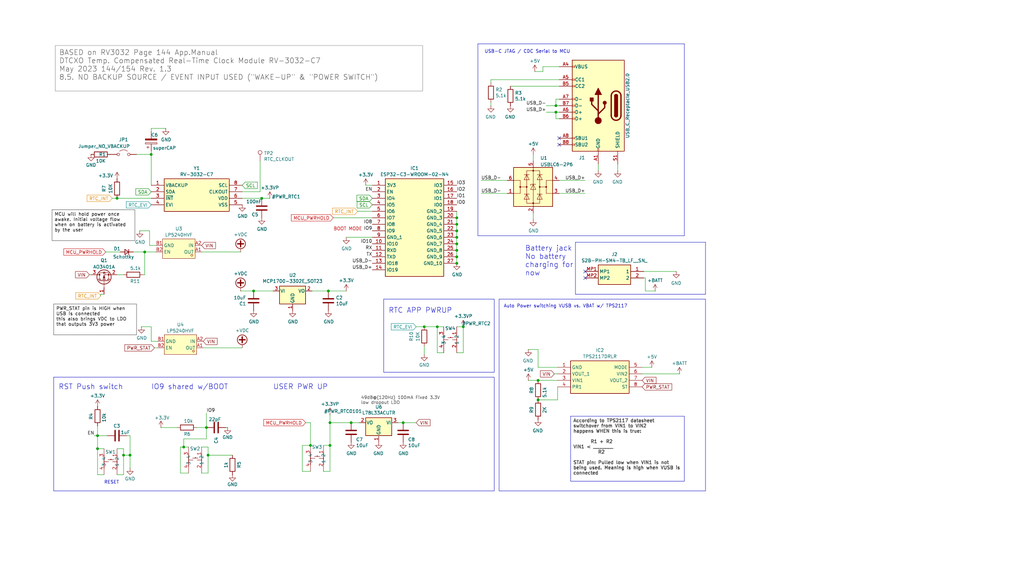
<source format=kicad_sch>
(kicad_sch (version 20231120) (generator "eeschema") (generator_version "8.0")
  (paper "User" 400 220)
  (title_block (title "Ultra low consumption all OFF") (date "2025-03-12") (rev "1.0") (company "FASANI CORP.") (comment 1 "BASED on RV3032 Page 144 App.Manual"))
  (lib_symbols
    (symbol "BUTTON:TC-0522C-1.7-160G"
      (property "Reference" "SW" (at 0 7.62 0))
      (property "Value" "TC-0522C-1.7-160G" (at 0 -7.62 0))
      (symbol "TC-0522C-1.7-160G_0_1"
        (pin unspecified line (at -5.08 2.54 0) (length 5.08) (name "1") (number "1"))
        (pin unspecified line (at 5.08 2.54 180) (length 5.08) (name "2") (number "2"))
        (pin unspecified line (at -5.08 -2.54 0) (length 5.08) (name "3") (number "3"))
        (pin unspecified line (at 5.08 -2.54 180) (length 5.08) (name "4") (number "4"))
      )
    )
    (symbol "Battery:S2B-PH-SM4-TB_LF__SN_"
      (property "Reference" "J" (at 19.05 7.62 0))
      (property "Value" "S2B-PH-SM4-TB_LF__SN_" (at 19.05 5.08 0))
      (symbol "S2B-PH-SM4-TB_LF__SN__1_1"
        (pin passive line (at 0 -2.54 0) (length 5.08) (name "1") (number "1"))
        (pin passive line (at 0 0 0) (length 5.08) (name "2") (number "2"))
        (pin passive line (at 22.86 -2.54 180) (length 5.08) (name "MP1") (number "MP1"))
        (pin passive line (at 22.86 0 180) (length 5.08) (name "MP2") (number "MP2"))
      )
    )
    (symbol "Connector:TestPoint" (pin_numbers hide) (pin_names (offset 0.762) hide)
      (property "Reference" "TP" (at 0 6.858 0))
      (property "Value" "TestPoint" (at 0 5.08 0))
      (symbol "TestPoint_1_1"
        (pin passive line (at 0 0 90) (length 2.54) (name "1") (number "1"))
      )
    )
    (symbol "Connector:USB_C_Receptacle_USB2.0" (pin_names (offset 1.016))
      (property "Reference" "J" (at -10.16 19.05 0))
      (property "Value" "USB_C_Receptacle_USB2.0" (at 19.05 19.05 0))
      (symbol "USB_C_Receptacle_USB2.0_1_1"
        (pin passive line (at 0 -22.86 90) (length 5.08) (name "GND") (number "A1"))
        (pin passive line (at 0 -22.86 90) (length 5.08) hide (name "GND") (number "A12"))
        (pin passive line (at 15.24 15.24 180) (length 5.08) (name "VBUS") (number "A4"))
        (pin bidirectional line (at 15.24 10.16 180) (length 5.08) (name "CC1") (number "A5"))
        (pin bidirectional line (at 15.24 -2.54 180) (length 5.08) (name "D+") (number "A6"))
        (pin bidirectional line (at 15.24 2.54 180) (length 5.08) (name "D-") (number "A7"))
        (pin bidirectional line (at 15.24 -12.7 180) (length 5.08) (name "SBU1") (number "A8"))
        (pin passive line (at 15.24 15.24 180) (length 5.08) hide (name "VBUS") (number "A9"))
        (pin passive line (at 0 -22.86 90) (length 5.08) hide (name "GND") (number "B1"))
        (pin passive line (at 0 -22.86 90) (length 5.08) hide (name "GND") (number "B12"))
        (pin passive line (at 15.24 15.24 180) (length 5.08) hide (name "VBUS") (number "B4"))
        (pin bidirectional line (at 15.24 7.62 180) (length 5.08) (name "CC2") (number "B5"))
        (pin bidirectional line (at 15.24 -5.08 180) (length 5.08) (name "D+") (number "B6"))
        (pin bidirectional line (at 15.24 0 180) (length 5.08) (name "D-") (number "B7"))
        (pin bidirectional line (at 15.24 -15.24 180) (length 5.08) (name "SBU2") (number "B8"))
        (pin passive line (at 15.24 15.24 180) (length 5.08) hide (name "VBUS") (number "B9"))
        (pin passive line (at -7.62 -22.86 90) (length 5.08) (name "SHIELD") (number "S1"))
      )
    )
    (symbol "Device:C" (pin_numbers hide) (pin_names (offset 0.254))
      (property "Reference" "C" (at 0.635 2.54 0))
      (property "Value" "C" (at 0.635 -2.54 0))
      (symbol "C_1_1"
        (pin passive line (at 0 3.81 270) (length 2.794) (name "~") (number "1"))
        (pin passive line (at 0 -3.81 90) (length 2.794) (name "~") (number "2"))
      )
    )
    (symbol "Device:C_Polarized" (pin_numbers hide) (pin_names (offset 0.254))
      (property "Reference" "C" (at 0.635 2.54 0))
      (property "Value" "C_Polarized" (at 0.635 -2.54 0))
      (symbol "C_Polarized_1_1"
        (pin passive line (at 0 3.81 270) (length 2.794) (name "~") (number "1"))
        (pin passive line (at 0 -3.81 90) (length 2.794) (name "~") (number "2"))
      )
    )
    (symbol "Device:D_Small" (pin_numbers hide) (pin_names (offset 0.254) hide)
      (property "Reference" "D" (at -1.27 2.032 0))
      (property "Value" "D_Small" (at -3.81 -2.032 0))
      (symbol "D_Small_1_1"
        (pin passive line (at -2.54 0 0) (length 1.778) (name "K") (number "1"))
        (pin passive line (at 2.54 0 180) (length 1.778) (name "A") (number "2"))
      )
    )
    (symbol "Device:R" (pin_numbers hide) (pin_names (offset 0))
      (property "Reference" "R" (at 2.032 0 90))
      (property "Value" "R" (at 0 0 90))
      (symbol "R_1_1"
        (pin passive line (at 0 3.81 270) (length 1.27) (name "~") (number "1"))
        (pin passive line (at 0 -3.81 90) (length 1.27) (name "~") (number "2"))
      )
    )
    (symbol "Jumper:Jumper_2_Open" (pin_numbers hide) (pin_names (offset 0) hide) (exclude_from_sim yes)
      (property "Reference" "JP" (at 0 2.794 0))
      (property "Value" "Jumper_2_Open" (at 0 -2.286 0))
      (symbol "Jumper_2_Open_1_1"
        (pin passive line (at -5.08 0 0) (length 2.54) (name "A") (number "1"))
        (pin passive line (at 5.08 0 180) (length 2.54) (name "B") (number "2"))
      )
    )
    (symbol "MCU:ESP32-C3-WROOM-02-N4"
      (property "Reference" "IC" (at 29.21 7.62 0))
      (property "Value" "ESP32-C3-WROOM-02-N4" (at 29.21 5.08 0))
      (symbol "ESP32-C3-WROOM-02-N4_1_1"
        (pin passive line (at 0 0 0) (length 5.08) (name "3V3") (number "1"))
        (pin passive line (at 0 -22.86 0) (length 5.08) (name "IO10") (number "10"))
        (pin passive line (at 0 -25.4 0) (length 5.08) (name "RXD") (number "11"))
        (pin passive line (at 0 -27.94 0) (length 5.08) (name "TXD") (number "12"))
        (pin passive line (at 0 -30.48 0) (length 5.08) (name "IO18") (number "13"))
        (pin passive line (at 0 -33.02 0) (length 5.08) (name "IO19") (number "14"))
        (pin passive line (at 33.02 0 180) (length 5.08) (name "IO3") (number "15"))
        (pin passive line (at 33.02 -2.54 180) (length 5.08) (name "IO2") (number "16"))
        (pin passive line (at 33.02 -5.08 180) (length 5.08) (name "IO1") (number "17"))
        (pin passive line (at 33.02 -7.62 180) (length 5.08) (name "IO0") (number "18"))
        (pin passive line (at 33.02 -10.16 180) (length 5.08) (name "GND_2") (number "19"))
        (pin passive line (at 0 -2.54 0) (length 5.08) (name "EN") (number "2"))
        (pin passive line (at 33.02 -12.7 180) (length 5.08) (name "GND_3") (number "20"))
        (pin passive line (at 33.02 -15.24 180) (length 5.08) (name "GND_4") (number "21"))
        (pin passive line (at 33.02 -17.78 180) (length 5.08) (name "GND_5") (number "22"))
        (pin passive line (at 33.02 -20.32 180) (length 5.08) (name "GND_6") (number "23"))
        (pin passive line (at 33.02 -22.86 180) (length 5.08) (name "GND_7") (number "24"))
        (pin passive line (at 33.02 -25.4 180) (length 5.08) (name "GND_8") (number "25"))
        (pin passive line (at 33.02 -27.94 180) (length 5.08) (name "GND_9") (number "26"))
        (pin passive line (at 33.02 -30.48 180) (length 5.08) (name "GND_10") (number "27"))
        (pin passive line (at 0 -5.08 0) (length 5.08) (name "IO4") (number "3"))
        (pin passive line (at 0 -7.62 0) (length 5.08) (name "IO5") (number "4"))
        (pin passive line (at 0 -10.16 0) (length 5.08) (name "IO6") (number "5"))
        (pin passive line (at 0 -12.7 0) (length 5.08) (name "IO7") (number "6"))
        (pin passive line (at 0 -15.24 0) (length 5.08) (name "IO8") (number "7"))
        (pin passive line (at 0 -17.78 0) (length 5.08) (name "IO9") (number "8"))
        (pin passive line (at 0 -20.32 0) (length 5.08) (name "GND_1") (number "9"))
      )
    )
    (symbol "Power_Protection:USBLC6-2P6" (pin_names hide)
      (property "Reference" "U" (at 2.54 8.89 0))
      (property "Value" "USBLC6-2P6" (at 2.54 -8.89 0))
      (symbol "USBLC6-2P6_1_1"
        (pin passive line (at -10.16 -2.54 0) (length 2.54) (name "I/O1") (number "1"))
        (pin passive line (at 0 -10.16 90) (length 2.54) (name "GND") (number "2"))
        (pin passive line (at 10.16 -2.54 180) (length 2.54) (name "I/O2") (number "3"))
        (pin passive line (at 10.16 2.54 180) (length 2.54) (name "I/O2") (number "4"))
        (pin passive line (at 0 10.16 270) (length 2.54) (name "VBUS") (number "5"))
        (pin passive line (at -10.16 2.54 0) (length 2.54) (name "I/O1") (number "6"))
      )
    )
    (symbol "RTC:RV-3032-C7"
      (property "Reference" "Y" (at 31.75 7.62 0))
      (property "Value" "RV-3032-C7" (at 31.75 5.08 0))
      (symbol "RV-3032-C7_1_1"
        (pin passive line (at 0 0 0) (length 5.08) (name "VBACKUP") (number "1"))
        (pin passive line (at 0 -2.54 0) (length 5.08) (name "SDA") (number "2"))
        (pin passive line (at 0 -5.08 0) (length 5.08) (name "~{INT}") (number "3"))
        (pin passive line (at 0 -7.62 0) (length 5.08) (name "EVI") (number "4"))
        (pin passive line (at 35.56 -7.62 180) (length 5.08) (name "VSS") (number "5"))
        (pin passive line (at 35.56 -5.08 180) (length 5.08) (name "VDD") (number "6"))
        (pin passive line (at 35.56 -2.54 180) (length 5.08) (name "CLKOUT") (number "7"))
        (pin passive line (at 35.56 0 180) (length 5.08) (name "SCL") (number "8"))
      )
    )
    (symbol "TPS:TPS2117DRLR"
      (property "Reference" "IC" (at 29.21 7.62 0))
      (property "Value" "TPS2117DRLR" (at 29.21 5.08 0))
      (symbol "TPS2117DRLR_1_1"
        (pin passive line (at 0 0 0) (length 5.08) (name "GND") (number "1"))
        (pin passive line (at 0 -2.54 0) (length 5.08) (name "VOUT_1") (number "2"))
        (pin passive line (at 0 -5.08 0) (length 5.08) (name "VIN1") (number "3"))
        (pin passive line (at 0 -7.62 0) (length 5.08) (name "PR1") (number "4"))
        (pin passive line (at 33.02 0 180) (length 5.08) (name "MODE") (number "5"))
        (pin passive line (at 33.02 -2.54 180) (length 5.08) (name "VIN2") (number "6"))
        (pin passive line (at 33.02 -5.08 180) (length 5.08) (name "VOUT_2") (number "7"))
        (pin passive line (at 33.02 -7.62 180) (length 5.08) (name "ST") (number "8"))
      )
    )
    (symbol "Transistor_FET:AO3401A" (pin_names hide)
      (property "Reference" "Q" (at 5.08 1.905 0))
      (property "Value" "AO3401A" (at 5.08 0 0))
      (symbol "AO3401A_1_1"
        (pin input line (at -5.08 0 0) (length 2.54) (name "G") (number "1"))
        (pin passive line (at 2.54 -5.08 90) (length 2.54) (name "S") (number "2"))
        (pin passive line (at 2.54 5.08 270) (length 2.54) (name "D") (number "3"))
      )
    )
    (symbol "easyeda:LP5240HVF"
      (property "Reference" "U" (at 0 6.35 0))
      (property "Value" "LP5240HVF" (at 0 -6.35 0))
      (symbol "LP5240HVF_0_1"
        (pin unspecified line (at -8.89 1.27 0) (length 2.54) (name "OUT") (number "A1"))
        (pin unspecified line (at -8.89 -1.27 0) (length 2.54) (name "IN") (number "A2"))
        (pin unspecified line (at 8.89 -1.27 180) (length 2.54) (name "GND") (number "B1"))
        (pin unspecified line (at 8.89 1.27 180) (length 2.54) (name "EN") (number "B2"))
      )
    )
    (symbol "epaper-breakout-rescue:MCP1700-3302E_SOT23-Regulator_Linear" (pin_names (offset 0.254))
      (property "Reference" "U" (at -3.81 3.175 0))
      (property "Value" "Regulator_Linear_MCP1700-3302E_SOT23" (at 0 3.175 0))
      (symbol "MCP1700-3302E_SOT23-Regulator_Linear_1_1"
        (pin power_in line (at 0 -7.62 90) (length 2.54) (name "GND") (number "1"))
        (pin power_out line (at 7.62 0 180) (length 2.54) (name "VO") (number "2"))
        (pin power_in line (at -7.62 0 0) (length 2.54) (name "VI") (number "3"))
      )
    )
    (symbol "power:+3.3V" (power) (pin_numbers hide) (pin_names (offset 0) hide)
      (property "Value" "+3.3V" (at 0 3.556 0))
      (symbol "+3.3V_1_1"
        (pin power_in line (at 0 0 90) (length 0) (name "~") (number "1"))
      )
    )
    (symbol "power:+3.3VP" (power) (pin_numbers hide) (pin_names (offset 0) hide)
      (property "Value" "+3.3VP" (at 0 3.556 0))
      (symbol "+3.3VP_0_0"
        (pin power_in line (at 0 0 90) (length 0) (name "~") (number "1"))
      )
    )
    (symbol "power:+5V" (power) (pin_numbers hide) (pin_names (offset 0) hide)
      (property "Value" "+5V" (at 0 3.556 0))
      (symbol "+5V_1_1"
        (pin power_in line (at 0 0 90) (length 0) (name "~") (number "1"))
      )
    )
    (symbol "power:+BATT" (power) (pin_numbers hide) (pin_names (offset 0) hide)
      (property "Value" "+BATT" (at 0 3.556 0))
      (symbol "+BATT_1_1"
        (pin power_in line (at 0 0 90) (length 0) (name "~") (number "1"))
      )
    )
    (symbol "power:+VDC" (power) (pin_numbers hide) (pin_names (offset 0) hide)
      (property "Value" "+VDC" (at 0 6.35 0))
      (symbol "+VDC_1_1"
        (pin power_in line (at 0 0 90) (length 0) (name "~") (number "1"))
      )
    )
    (symbol "power:GND" (power) (pin_numbers hide) (pin_names (offset 0) hide)
      (property "Value" "GND" (at 0 -3.81 0))
      (symbol "GND_1_1"
        (pin power_in line (at 0 0 270) (length 0) (name "~") (number "1"))
      )
    )
  )
  (junction (at 102.235 77.47))
  (junction (at 157.48 165.1))
  (junction (at 50.8 177.8))
  (junction (at 80.645 167.005))
  (junction (at 137.16 165.1))
  (junction (at 121.285 173.99))
  (junction (at 81.28 177.8))
  (junction (at 38.1 170.18))
  (junction (at 56.515 98.425))
  (junction (at 178.435 100.33))
  (junction (at 170.815 127.635))
  (junction (at 128.905 173.99))
  (junction (at 71.755 174.625))
  (junction (at 38.1 175.26))
  (junction (at 217.17 41.275))
  (junction (at 48.26 177.8))
  (junction (at 210.185 156.21))
  (junction (at 178.435 97.79))
  (junction (at 217.17 43.815))
  (junction (at 180.975 127.635))
  (junction (at 178.435 85.09))
  (junction (at 45.72 77.47))
  (junction (at 165.735 127.635))
  (junction (at 128.27 113.665))
  (junction (at 99.06 113.665))
  (junction (at 178.435 87.63))
  (junction (at 178.435 102.87))
  (junction (at 59.055 60.325))
  (junction (at 178.435 90.17))
  (junction (at 128.905 165.1))
  (junction (at 178.435 92.71))
  (junction (at 210.185 148.59))
  (junction (at 178.435 95.25))
  (no_connect (at 218.44 56.515))
  (no_connect (at 228.6 108.585))
  (no_connect (at 218.44 53.975))
  (no_connect (at 228.6 106.045))
  (wire (pts (xy 210.185 156.21) (xy 217.805 156.21)))
  (wire (pts (xy 178.435 82.55) (xy 178.435 85.09)))
  (wire (pts (xy 213.36 43.815) (xy 217.17 43.815)))
  (wire (pts (xy 48.26 177.8) (xy 48.26 185.42)))
  (wire (pts (xy 252.095 108.585) (xy 251.46 108.585)))
  (wire (pts (xy 218.44 31.115) (xy 191.77 31.115)))
  (wire (pts (xy 59.055 127.635) (xy 59.055 133.35)))
  (wire (pts (xy 126.365 173.99) (xy 128.905 173.99)))
  (wire (pts (xy 46.99 98.425) (xy 41.275 98.425)))
  (wire (pts (xy 99.06 113.665) (xy 106.68 113.665)))
  (wire (pts (xy 178.435 137.795) (xy 180.975 137.795)))
  (wire (pts (xy 187.96 75.565) (xy 198.12 75.565)))
  (wire (pts (xy 53.34 60.325) (xy 59.055 60.325)))
  (wire (pts (xy 162.56 165.1) (xy 157.48 165.1)))
  (wire (pts (xy 39.37 114.935) (xy 40.64 114.935)))
  (wire (pts (xy 101.6 74.93) (xy 94.615 74.93)))
  (wire (pts (xy 210.185 136.525) (xy 210.185 143.51)))
  (polyline (pts (xy 275.59 94.615) (xy 275.59 114.935)))
  (wire (pts (xy 80.645 167.005) (xy 80.645 161.29)))
  (wire (pts (xy 38.1 170.18) (xy 38.1 175.26)))
  (wire (pts (xy 137.16 165.1) (xy 140.335 165.1)))
  (wire (pts (xy 58.42 90.17) (xy 58.42 95.885)))
  (polyline (pts (xy 224.79 94.615) (xy 224.79 114.935)))
  (wire (pts (xy 178.435 90.17) (xy 178.435 92.71)))
  (wire (pts (xy 105.41 77.47) (xy 102.235 77.47)))
  (wire (pts (xy 71.755 171.45) (xy 71.755 174.625)))
  (wire (pts (xy 50.8 177.8) (xy 50.8 182.88)))
  (polyline (pts (xy 267.335 17.145) (xy 267.335 92.075)))
  (wire (pts (xy 178.435 95.25) (xy 178.435 97.79)))
  (wire (pts (xy 228.6 75.565) (xy 218.44 75.565)))
  (wire (pts (xy 206.375 136.525) (xy 210.185 136.525)))
  (wire (pts (xy 251.46 106.045) (xy 264.16 106.045)))
  (wire (pts (xy 88.9 167.005) (xy 88.265 167.005)))
  (wire (pts (xy 48.26 107.315) (xy 45.72 107.315)))
  (wire (pts (xy 254.635 143.51) (xy 250.825 143.51)))
  (wire (pts (xy 126.365 184.15) (xy 128.905 184.15)))
  (polyline (pts (xy 275.59 114.935) (xy 224.79 114.935)))
  (wire (pts (xy 81.28 174.625) (xy 81.28 177.8)))
  (wire (pts (xy 173.355 137.795) (xy 170.815 137.795)))
  (wire (pts (xy 45.72 175.26) (xy 48.26 175.26)))
  (wire (pts (xy 81.28 177.8) (xy 90.805 177.8)))
  (wire (pts (xy 208.28 62.865) (xy 208.28 60.325)))
  (wire (pts (xy 178.435 100.33) (xy 178.435 102.87)))
  (polyline (pts (xy 186.69 17.145) (xy 267.335 17.145)))
  (wire (pts (xy 52.07 98.425) (xy 56.515 98.425)))
  (wire (pts (xy 70.485 184.785) (xy 73.66 184.785)))
  (wire (pts (xy 56.515 107.315) (xy 56.515 98.425)))
  (wire (pts (xy 56.515 98.425) (xy 60.96 98.425)))
  (wire (pts (xy 162.56 127.635) (xy 165.735 127.635)))
  (wire (pts (xy 45.72 185.42) (xy 48.26 185.42)))
  (wire (pts (xy 119.38 165.1) (xy 121.285 165.1)))
  (wire (pts (xy 142.875 72.39) (xy 145.415 72.39)))
  (wire (pts (xy 217.17 38.735) (xy 217.17 41.275)))
  (wire (pts (xy 76.835 167.005) (xy 80.645 167.005)))
  (wire (pts (xy 206.375 148.59) (xy 210.185 148.59)))
  (wire (pts (xy 165.735 127.635) (xy 170.815 127.635)))
  (wire (pts (xy 36.83 170.18) (xy 38.1 170.18)))
  (wire (pts (xy 58.42 95.885) (xy 60.96 95.885)))
  (wire (pts (xy 38.1 175.26) (xy 40.64 175.26)))
  (wire (pts (xy 128.905 161.925) (xy 128.905 165.1)))
  (wire (pts (xy 255.905 113.665) (xy 252.095 113.665)))
  (wire (pts (xy 178.435 85.09) (xy 178.435 87.63)))
  (wire (pts (xy 118.11 184.15) (xy 118.11 173.99)))
  (wire (pts (xy 217.17 41.275) (xy 218.44 41.275)))
  (wire (pts (xy 178.435 87.63) (xy 178.435 90.17)))
  (wire (pts (xy 38.1 175.26) (xy 38.1 185.42)))
  (polyline (pts (xy 186.69 92.075) (xy 186.69 17.145)))
  (wire (pts (xy 48.26 177.8) (xy 50.8 177.8)))
  (wire (pts (xy 38.1 170.18) (xy 41.91 170.18)))
  (wire (pts (xy 217.17 46.355) (xy 217.17 43.815)))
  (wire (pts (xy 199.39 33.655) (xy 218.44 33.655)))
  (wire (pts (xy 71.755 174.625) (xy 70.485 174.625)))
  (wire (pts (xy 80.645 171.45) (xy 71.755 171.45)))
  (wire (pts (xy 165.735 135.255) (xy 165.735 138.43)))
  (wire (pts (xy 178.435 97.79) (xy 178.435 100.33)))
  (wire (pts (xy 191.77 41.275) (xy 191.77 40.005)))
  (wire (pts (xy 101.6 62.865) (xy 101.6 74.93)))
  (wire (pts (xy 212.09 26.035) (xy 218.44 26.035)))
  (wire (pts (xy 233.68 64.135) (xy 233.68 66.675)))
  (wire (pts (xy 81.28 177.8) (xy 81.28 184.785)))
  (wire (pts (xy 208.28 83.185) (xy 208.28 85.725)))
  (wire (pts (xy 54.61 90.17) (xy 58.42 90.17)))
  (wire (pts (xy 187.96 70.485) (xy 198.12 70.485)))
  (wire (pts (xy 210.185 148.59) (xy 217.805 148.59)))
  (wire (pts (xy 38.1 166.37) (xy 38.1 170.18)))
  (wire (pts (xy 139.7 82.55) (xy 145.415 82.55)))
  (wire (pts (xy 38.1 185.42) (xy 40.64 185.42)))
  (wire (pts (xy 217.805 151.13) (xy 217.805 156.21)))
  (polyline (pts (xy 224.79 94.615) (xy 275.59 94.615)))
  (wire (pts (xy 212.09 27.94) (xy 212.09 26.035)))
  (wire (pts (xy 128.905 184.15) (xy 128.905 173.99)))
  (wire (pts (xy 102.235 77.47) (xy 94.615 77.47)))
  (wire (pts (xy 93.98 98.425) (xy 78.74 98.425)))
  (wire (pts (xy 59.055 60.325) (xy 59.055 72.39)))
  (wire (pts (xy 56.515 107.315) (xy 55.88 107.315)))
  (wire (pts (xy 241.3 64.135) (xy 241.3 66.675)))
  (wire (pts (xy 45.72 77.47) (xy 59.055 77.47)))
  (wire (pts (xy 121.285 184.15) (xy 118.11 184.15)))
  (wire (pts (xy 55.245 127.635) (xy 59.055 127.635)))
  (polyline (pts (xy 186.69 92.075) (xy 267.335 92.075)))
  (wire (pts (xy 128.27 113.665) (xy 135.255 113.665)))
  (wire (pts (xy 78.74 174.625) (xy 81.28 174.625)))
  (wire (pts (xy 128.905 165.1) (xy 128.905 173.99)))
  (wire (pts (xy 130.175 85.09) (xy 145.415 85.09)))
  (wire (pts (xy 216.535 146.05) (xy 217.805 146.05)))
  (wire (pts (xy 78.74 184.785) (xy 81.28 184.785)))
  (wire (pts (xy 59.055 60.325) (xy 59.055 59.055)))
  (wire (pts (xy 208.915 27.94) (xy 212.09 27.94)))
  (wire (pts (xy 93.98 113.665) (xy 99.06 113.665)))
  (wire (pts (xy 218.44 46.355) (xy 217.17 46.355)))
  (wire (pts (xy 213.36 41.275) (xy 217.17 41.275)))
  (wire (pts (xy 228.6 70.485) (xy 218.44 70.485)))
  (wire (pts (xy 50.8 170.18) (xy 50.8 177.8)))
  (wire (pts (xy 218.44 38.735) (xy 217.17 38.735)))
  (wire (pts (xy 62.865 167.005) (xy 69.215 167.005)))
  (wire (pts (xy 170.815 137.795) (xy 170.815 127.635)))
  (wire (pts (xy 217.17 43.815) (xy 218.44 43.815)))
  (wire (pts (xy 128.905 165.1) (xy 137.16 165.1)))
  (wire (pts (xy 39.37 115.57) (xy 39.37 114.935)))
  (wire (pts (xy 64.77 50.165) (xy 59.055 50.165)))
  (wire (pts (xy 59.055 133.35) (xy 61.595 133.35)))
  (wire (pts (xy 135.255 92.71) (xy 145.415 92.71)))
  (wire (pts (xy 121.285 165.1) (xy 121.285 173.99)))
  (wire (pts (xy 80.645 167.005) (xy 80.645 171.45)))
  (wire (pts (xy 50.8 170.18) (xy 49.53 170.18)))
  (wire (pts (xy 178.435 92.71) (xy 178.435 95.25)))
  (wire (pts (xy 180.975 137.795) (xy 180.975 127.635)))
  (wire (pts (xy 210.185 143.51) (xy 217.805 143.51)))
  (wire (pts (xy 70.485 174.625) (xy 70.485 184.785)))
  (wire (pts (xy 48.26 175.26) (xy 48.26 177.8)))
  (wire (pts (xy 191.77 31.115) (xy 191.77 32.385)))
  (wire (pts (xy 60.325 135.89) (xy 61.595 135.89)))
  (wire (pts (xy 94.615 135.89) (xy 79.375 135.89)))
  (wire (pts (xy 157.48 165.1) (xy 155.575 165.1)))
  (wire (pts (xy 178.435 127.635) (xy 180.975 127.635)))
  (wire (pts (xy 34.925 107.315) (xy 35.56 107.315)))
  (wire (pts (xy 118.11 173.99) (xy 121.285 173.99)))
  (wire (pts (xy 265.43 146.05) (xy 250.825 146.05)))
  (wire (pts (xy 252.095 113.665) (xy 252.095 108.585)))
  (wire (pts (xy 121.92 113.665) (xy 128.27 113.665)))
  (wire (pts (xy 59.055 50.165) (xy 59.055 51.435)))
  (wire (pts (xy 170.815 127.635) (xy 173.355 127.635)))
  (wire (pts (xy 73.66 174.625) (xy 71.755 174.625)))
  (wire (pts (xy 43.815 77.47) (xy 45.72 77.47)))
  (rectangle (start 20.955 147.32) (end 193.04 191.77))
  (rectangle (start 149.86 116.84) (end 193.04 145.415))
  (rectangle (start 194.945 116.84) (end 275.59 191.77))
  (text_box "MCU will hold power once awake. Initial voltage flow when on battery is activated by the user" (at 20.32 81.915 0) (size 32.385 12.065) (stroke (width 0) (color 72 72 72 1)) (effects (font (size 1.27 1.27)) (justify left top)))
  (text_box "BASED on RV3032 Page 144 App.Manual\nDTCXO Temp. Compensated Real-Time Clock Module RV-3032-C7\nMay 2023 144/154 Rev. 1.3\n8.5. NO BACKUP SOURCE / EVENT INPUT USED (\"WAKE-UP\" & \"POWER SWITCH\")" (at 21.59 17.78 0) (size 143.51 17.78) (stroke (width 0) (color 132 132 132 1)) (effects (font (size 2 2)) (justify left top)))
  (text_box "PWR_STAT pin is HIGH when USB is connected\nthis also brings VDC to LDO that outputs 3V3 power" (at 20.955 118.745 0) (size 32.385 12.065) (stroke (width 0) (color 72 72 72 1)) (effects (font (size 1.27 1.27)) (justify left top)))
  (text_box "According to TPS2117 datasheet\nswitchover from VIN1 to VIN2\nhappens WHEN this is true:\n\n       R1 + R2\nVIN1 < ________ \n          R2\n\nSTAT pin: Pulled low when VIN1 is not being used. Meaning is high when VUSB is connected" (at 222.885 162.56 0) (size 44.45 25.4) (effects (font (size 1.27 1.27) (thickness 0.254) (bold yes)) (justify left top)))
  (text "IO9 shared w/BOOT" (at 59.055 152.4 0) (effects (font (size 2 2)) (justify left bottom)))
  (text "USER PWR UP" (at 106.68 152.4 0) (effects (font (size 2 2)) (justify left bottom)))
  (text "USB-C JTAG / CDC Serial to MCU" (at 189.23 20.955 0) (effects (font (size 1.27 1.27)) (justify left bottom)))
  (text "RST Push switch" (at 22.86 152.4 0) (effects (font (size 2 2)) (justify left bottom)))
  (text "RESET" (at 40.64 189.23 0) (effects (font (size 1.27 1.27)) (justify left bottom)))
  (text "RTC APP PWRUP" (at 151.765 122.555 0) (effects (font (size 2 2)) (justify left bottom)))
  (text "49dB@(120Hz) 100mA Fixed 3.3V\nlow dropout LDO" (at 140.97 158.115 0) (effects (font (size 1.2 1.2)) (justify left bottom)))
  (text "Auto Power switching VUSB vs. VBAT w/ TPS2117" (at 196.723 120.396 0) (effects (font (size 1.27 1.27)) (justify left bottom)))
  (text "Battery jack\nNo battery\ncharging for\nnow" (at 205.105 107.95 0) (effects (font (size 2 2)) (justify left bottom)))
  (text "BOOT MODE" (at 135.89 89.535 0) (effects (font (size 1.27 1.27))))
  (label "USB_D-" (at 187.96 75.565 0))
  (label "IO9" (at 80.645 161.29 0))
  (label "IO1" (at 178.435 77.47 0))
  (label "RX" (at 145.415 97.79 180))
  (label "USB_D+" (at 213.36 43.815 180))
  (label "EN" (at 36.83 170.18 180))
  (label "USB_D+" (at 228.6 70.485 180))
  (label "IO0" (at 178.435 80.01 0))
  (label "EN" (at 145.415 74.93 180))
  (label "USB_D-" (at 213.36 41.275 180))
  (label "USB_D+" (at 145.415 105.41 180))
  (label "TX" (at 145.415 100.33 180))
  (label "IO8" (at 145.415 87.63 180))
  (label "IO2" (at 178.435 74.93 0))
  (label "IO9" (at 145.415 90.17 180))
  (label "USB_D+" (at 228.6 75.565 180))
  (label "USB_D-" (at 145.415 102.87 180))
  (label "IO3" (at 178.435 72.39 0))
  (label "USB_D-" (at 187.96 70.485 0))
  (label "IO10" (at 145.415 95.25 180))
  (global_label "SCL" (shape input) (at 145.415 80.01 180) (property "Intersheetrefs" "${INTERSHEET_REFS}" (effects (hide yes))))
  (global_label "VIN" (shape input) (at 162.56 165.1 0) (property "Intersheetrefs" "${INTERSHEET_REFS}" (effects (hide yes))) (property "Referenzen zwischen Schaltplänen" "${INTERSHEET_REFS}" (effects (hide yes))))
  (global_label "VIN" (shape input) (at 79.375 133.35 0) (property "Intersheetrefs" "${INTERSHEET_REFS}" (effects (hide yes))) (property "Referenzen zwischen Schaltplänen" "${INTERSHEET_REFS}" (effects (hide yes))))
  (global_label "RTC_INT" (shape input) (at 139.7 82.55 180) (property "Intersheetrefs" "${INTERSHEET_REFS}" (effects (hide yes))))
  (global_label "RTC_EVI" (shape input) (at 59.055 80.01 180) (property "Intersheetrefs" "${INTERSHEET_REFS}" (effects (hide yes))))
  (global_label "SDA" (shape input) (at 145.415 77.47 180) (property "Intersheetrefs" "${INTERSHEET_REFS}" (effects (hide yes))))
  (global_label "VIN" (shape input) (at 78.74 95.885 0) (property "Intersheetrefs" "${INTERSHEET_REFS}" (effects (hide yes))) (property "Referenzen zwischen Schaltplänen" "${INTERSHEET_REFS}" (effects (hide yes))))
  (global_label "VIN" (shape input) (at 250.825 148.59 0) (property "Intersheetrefs" "${INTERSHEET_REFS}" (effects (hide yes))) (property "Referenzen zwischen Schaltplänen" "${INTERSHEET_REFS}" (effects (hide yes))))
  (global_label "MCU_PWRHOLD" (shape input) (at 41.275 98.425 180) (property "Intersheetrefs" "${INTERSHEET_REFS}" (effects (hide yes))))
  (global_label "MCU_PWRHOLD" (shape input) (at 119.38 165.1 180) (property "Intersheetrefs" "${INTERSHEET_REFS}" (effects (hide yes))))
  (global_label "RTC_EVI" (shape input) (at 162.56 127.635 180) (property "Intersheetrefs" "${INTERSHEET_REFS}" (effects (hide yes))))
  (global_label "PWR_STAT" (shape input) (at 60.325 135.89 180) (property "Intersheetrefs" "${INTERSHEET_REFS}" (effects (hide yes))) (property "Referenzen zwischen Schaltplänen" "${INTERSHEET_REFS}" (effects (hide yes))))
  (global_label "MCU_PWRHOLD" (shape input) (at 130.175 85.09 180) (property "Intersheetrefs" "${INTERSHEET_REFS}" (effects (hide yes))))
  (global_label "VIN" (shape input) (at 34.925 107.315 180) (property "Intersheetrefs" "${INTERSHEET_REFS}" (effects (hide yes))) (property "Referenzen zwischen Schaltplänen" "${INTERSHEET_REFS}" (effects (hide yes))))
  (global_label "VIN" (shape input) (at 216.535 146.05 180) (property "Intersheetrefs" "${INTERSHEET_REFS}" (effects (hide yes))) (property "Referenzen zwischen Schaltplänen" "${INTERSHEET_REFS}" (effects (hide yes))))
  (global_label "RTC_INT" (shape input) (at 39.37 115.57 180) (property "Intersheetrefs" "${INTERSHEET_REFS}" (effects (hide yes))))
  (global_label "RTC_INT" (shape input) (at 43.815 77.47 180) (property "Intersheetrefs" "${INTERSHEET_REFS}" (effects (hide yes))))
  (global_label "SDA" (shape input) (at 59.055 74.93 180) (property "Intersheetrefs" "${INTERSHEET_REFS}" (effects (hide yes))))
  (global_label "SCL" (shape input) (at 94.615 72.39 0) (property "Intersheetrefs" "${INTERSHEET_REFS}" (effects (hide yes))))
  (global_label "PWR_STAT" (shape input) (at 250.825 151.13 0) (property "Intersheetrefs" "${INTERSHEET_REFS}" (effects (hide yes))) (property "Referenzen zwischen Schaltplänen" "${INTERSHEET_REFS}" (effects (hide yes))))
  (symbol (lib_id "Device:R") (at 39.37 60.325 270) (unit 1)
    (property "Reference" "R1" (at 40.005 60.325 90))
    (property "Value" "10K" (at 39.37 62.865 90))
    (property "Footprint" "Resistor_SMD:R_0603_1608Metric" (effects (hide yes)))
    (property "Datasheet" "https://jlcpcb.com/partdetail/26547-0603WAF1002T5E/C25804" (effects (hide yes)))
    (property "LCSC" "C25804" (effects (hide yes)))
  )
  (symbol (lib_id "power:GND") (at 210.185 163.83 0) (mirror y) (unit 1)
    (property "Reference" "#PWR32" (effects (hide yes)))
    (property "Value" "GND" (at 210.058 168.2242 0))
  )
  (symbol (lib_id "epaper-breakout-rescue:MCP1700-3302E_SOT23-Regulator_Linear") (at 114.3 113.665 0) (unit 1)
    (property "Reference" "U2" (at 114.3 107.5182 0))
    (property "Value" "MCP1700-3302E_SOT23" (at 114.3 109.8296 0))
    (property "Footprint" "Package_TO_SOT_SMD:SOT-23" (effects (hide yes)))
    (property "Datasheet" "http://ww1.microchip.com/downloads/en/DeviceDoc/20001826D.pdf" (effects (hide yes)))
    (property "LCSC" "C39051" (effects (hide yes)))
  )
  (symbol (lib_id "power:+VDC") (at 93.98 113.665 0) (unit 1)
    (property "Reference" "#PWR11" (effects (hide yes)))
    (property "Value" "+VDC" (at 93.98 106.8649 0))
    (property "Description" "Power symbol creates a global label with name \"+VDC\"" (effects (hide yes)))
  )
  (symbol (lib_id "power:GND") (at 147.955 172.72 0) (mirror y) (unit 1)
    (property "Reference" "#PWR37" (effects (hide yes)))
    (property "Value" "GND" (at 147.828 177.1142 0))
  )
  (symbol (lib_id "power:+3.3V") (at 135.255 113.665 0) (unit 1)
    (property "Reference" "#PWR10" (effects (hide yes)))
    (property "Value" "+3.3V" (at 135.255 109.5319 0))
    (property "Description" "Power symbol creates a global label with name \"+3.3V\"" (effects (hide yes)))
  )
  (symbol (lib_id "Device:C_Polarized") (at 59.055 55.245 0) (mirror x) (unit 1) (in_bom no)
    (property "Reference" "C6" (at 59.055 52.705 0) (effects (justify left)))
    (property "Value" "superCAP" (at 59.69 57.785 0) (effects (justify left)))
    (property "Footprint" "footprint:C9900013866_SUPERCAP-TH_XH414HG" (effects (hide yes)))
    (property "Datasheet" "https://datasheet.lcsc.com/lcsc/2004141707_KEMET-T491X477K010AT_C513339.pdf" (effects (hide yes)))
    (property "LCSC" "C9900013866" (effects (hide yes)))
  )
  (symbol (lib_id "power:GND") (at 137.16 172.72 0) (unit 1)
    (property "Reference" "#PWR38" (effects (hide yes)))
    (property "Value" "GND" (at 137.287 177.1142 0))
  )
  (symbol (lib_id "Device:R") (at 45.72 73.66 180) (unit 1)
    (property "Reference" "R7" (at 40.64 73.66 90))
    (property "Value" "10K" (at 43.18 73.66 90))
    (property "Footprint" "Resistor_SMD:R_0603_1608Metric" (effects (hide yes)))
    (property "Datasheet" "https://jlcpcb.com/partdetail/26547-0603WAF1002T5E/C25804" (effects (hide yes)))
    (property "LCSC" "C25804" (effects (hide yes)))
  )
  (symbol (lib_id "BUTTON:TC-0522C-1.7-160G") (at 76.2 179.705 270) (unit 1)
    (property "Reference" "SW2" (at 76.2 175.26 90))
    (property "Value" "TC-0522C-1.7-160G" (effects (hide yes)))
    (property "Footprint" "footprints:C2845289_SW-SMD_4P-L5.2-W5.2-P3.70-LS6.4" (effects (hide yes)))
    (property "LCSC Part" "C2845289" (effects (hide yes)))
  )
  (symbol (lib_id "easyeda:LP5240HVF") (at 69.85 97.155 180) (unit 1)
    (property "Reference" "U3" (at 69.85 89.3275 0))
    (property "Value" "LP5240HVF" (at 69.85 91.7518 0))
    (property "Footprint" "footprint:C2890373_WLCSP-4" (effects (hide yes)))
    (property "LCSC Part" "C2890373" (effects (hide yes)))
  )
  (symbol (lib_id "power:+BATT") (at 255.905 113.665 0) (unit 1)
    (property "Reference" "#PWR28" (effects (hide yes)))
    (property "Value" "+BATT" (at 255.905 109.5319 0))
    (property "Description" "Power symbol creates a global label with name \"+BATT\"" (effects (hide yes)))
  )
  (symbol (lib_id "power:GND") (at 264.16 106.045 0) (unit 1)
    (property "Reference" "#PWR36" (effects (hide yes)))
    (property "Value" "GND" (at 264.16 110.6075 0))
  )
  (symbol (lib_id "power:+3.3V") (at 45.72 69.85 0) (unit 1)
    (property "Reference" "#PWR23" (effects (hide yes)))
    (property "Value" "+3.3V" (at 41.275 68.58 0))
    (property "Description" "Power symbol creates a global label with name \"+3.3V\"" (effects (hide yes)))
  )
  (symbol (lib_id "power:GND") (at 206.375 136.525 0) (mirror y) (unit 1)
    (property "Reference" "#PWR31" (effects (hide yes)))
    (property "Value" "GND" (at 206.248 140.9192 0))
  )
  (symbol (lib_id "power:+BATT") (at 265.43 146.05 0) (unit 1)
    (property "Reference" "#PWR33" (effects (hide yes)))
    (property "Value" "+BATT" (at 265.43 141.9169 0))
    (property "Description" "Power symbol creates a global label with name \"+BATT\"" (effects (hide yes)))
  )
  (symbol (lib_id "Device:R") (at 210.185 152.4 180) (unit 1)
    (property "Reference" "R8" (at 207.645 151.13 90) (effects (justify left)))
    (property "Value" "5.1k" (at 212.725 151.13 90) (effects (justify left)))
    (property "Footprint" "Resistor_SMD:R_0603_1608Metric" (effects (hide yes)))
    (property "LCSC" "C23186" (effects (hide yes)))
  )
  (symbol (lib_id "epaper-breakout-rescue:MCP1700-3302E_SOT23-Regulator_Linear") (at 147.955 165.1 0) (mirror y) (unit 1)
    (property "Reference" "U6" (at 147.955 158.9532 0))
    (property "Value" "L78L33ACUTR" (at 147.955 161.2646 0))
    (property "Footprint" "Package_TO_SOT_SMD:SOT-89-3" (effects (hide yes)))
    (property "Datasheet" "https://jlcpcb.com/partdetail/Stmicroelectronics-L78L33ACUTR/C14170" (effects (hide yes)))
    (property "LCSC" "C14170" (effects (hide yes)))
  )
  (symbol (lib_id "Power_Protection:USBLC6-2P6") (at 208.28 73.025 0) (unit 1)
    (property "Reference" "U1" (at 211.0487 61.7052 0) (effects (justify left)))
    (property "Value" "USBLC6-2P6" (at 211.0487 64.2421 0) (effects (justify left)))
    (property "Footprint" "Package_TO_SOT_SMD:SOT-666" (effects (hide yes)))
    (property "Datasheet" "https://www.st.com/resource/en/datasheet/usblc6-2.pdf" (effects (hide yes)))
    (property "LCSC" "C2827693" (effects (hide yes)))
  )
  (symbol (lib_id "Device:R") (at 90.805 181.61 0) (unit 1)
    (property "Reference" "R5" (at 93.345 182.88 90) (effects (justify left)))
    (property "Value" "1k" (at 88.265 182.88 90) (effects (justify left)))
    (property "Footprint" "Resistor_SMD:R_0402_1005Metric" (effects (hide yes)))
    (property "LCSC" "C21190" (effects (hide yes)))
  )
  (symbol (lib_id "power:GND") (at 64.77 50.165 0) (unit 1)
    (property "Reference" "#PWR29" (effects (hide yes)))
    (property "Value" "GND" (at 64.897 54.5592 0))
  )
  (symbol (lib_id "power:GND") (at 99.06 121.285 0) (unit 1)
    (property "Reference" "#PWR4" (effects (hide yes)))
    (property "Value" "GND" (at 99.187 125.6792 0))
  )
  (symbol (lib_id "Device:R") (at 210.185 160.02 180) (unit 1)
    (property "Reference" "R9" (at 207.645 158.75 90) (effects (justify left)))
    (property "Value" "2K" (at 212.725 158.75 90) (effects (justify left)))
    (property "Footprint" "Resistor_SMD:R_0603_1608Metric" (effects (hide yes)))
    (property "Description" "voltage divider" (effects (hide yes)))
    (property "LCSC" "C22975" (effects (hide yes)))
  )
  (symbol (lib_id "power:+3.3VP") (at 128.905 161.925 0) (unit 1)
    (property "Reference" "PWR_RTC" (at 133.985 160.655 0))
    (property "Value" "+3.3VP" (at 128.905 157.7919 0))
    (property "Description" "Power symbol creates a global label with name \"+3.3VP\"" (effects (hide yes)))
  )
  (symbol (lib_id "power:+3.3V") (at 62.865 167.005 0) (unit 1)
    (property "Reference" "#PWR19" (effects (hide yes)))
    (property "Value" "+3.3V" (at 60.325 163.195 0) (effects (justify left)))
    (property "Description" "Power symbol creates a global label with name \"+3.3V\"" (effects (hide yes)))
  )
  (symbol (lib_id "power:GND") (at 241.3 66.675 0) (mirror y) (unit 1)
    (property "Reference" "#PWR9" (effects (hide yes)))
    (property "Value" "GND" (at 241.173 71.0692 0))
  )
  (symbol (lib_id "power:+5V") (at 208.915 27.94 0) (unit 1)
    (property "Reference" "#PWR12" (effects (hide yes)))
    (property "Value" "+5V" (at 208.915 23.8069 0))
    (property "Description" "Power symbol creates a global label with name \"+5V\"" (effects (hide yes)))
  )
  (symbol (lib_id "Device:C") (at 128.27 117.475 180) (unit 1)
    (property "Reference" "C2" (at 131.191 116.3066 0) (effects (justify right)))
    (property "Value" "10uF" (at 131.191 118.618 0) (effects (justify right)))
    (property "Footprint" "Capacitor_SMD:C_0805_2012Metric" (effects (hide yes)))
    (property "LCSC" "C15850" (effects (hide yes)))
  )
  (symbol (lib_id "power:+5V") (at 254.635 143.51 0) (unit 1)
    (property "Reference" "#PWR34" (effects (hide yes)))
    (property "Value" "+5V" (at 254.635 139.3769 0))
    (property "Description" "Power symbol creates a global label with name \"+5V\"" (effects (hide yes)))
  )
  (symbol (lib_id "power:GND") (at 165.735 138.43 0) (unit 1)
    (property "Reference" "#PWR40" (effects (hide yes)))
    (property "Value" "GND" (at 165.735 142.5631 0))
    (property "Description" "Power symbol creates a global label with name \"GND\" , ground" (effects (hide yes)))
  )
  (symbol (lib_id "Device:R") (at 38.1 162.56 180) (unit 1)
    (property "Reference" "R4" (at 35.56 161.29 90) (effects (justify left)))
    (property "Value" "10k" (at 40.64 161.29 90) (effects (justify left)))
    (property "Footprint" "Resistor_SMD:R_0402_1005Metric" (effects (hide yes)))
    (property "LCSC" "C4322213" (effects (hide yes)))
  )
  (symbol (lib_id "power:GND") (at 114.3 121.285 0) (unit 1)
    (property "Reference" "#PWR6" (effects (hide yes)))
    (property "Value" "GND" (at 114.427 125.6792 0))
  )
  (symbol (lib_id "Jumper:Jumper_2_Open") (at 48.26 60.325 0) (unit 1) (exclude_from_sim yes)
    (property "Reference" "JP1" (at 48.26 54.5295 0))
    (property "Value" "Jumper_NO_VBACKUP" (at 40.64 57.15 0))
    (property "Description" "Jumper, 2-pole, open" (effects (hide yes)))
  )
  (symbol (lib_id "power:GND") (at 157.48 172.72 0) (unit 1)
    (property "Reference" "#PWR39" (effects (hide yes)))
    (property "Value" "GND" (at 157.607 177.1142 0))
  )
  (symbol (lib_id "power:GND") (at 102.235 85.09 0) (unit 1)
    (property "Reference" "#PWR21" (effects (hide yes)))
    (property "Value" "GND" (at 102.362 89.4842 0))
  )
  (symbol (lib_id "power:GND") (at 199.39 41.275 0) (mirror y) (unit 1)
    (property "Reference" "#PWR3" (effects (hide yes)))
    (property "Value" "GND" (at 199.263 45.6692 0))
  )
  (symbol (lib_id "Device:R") (at 199.39 37.465 0) (unit 1)
    (property "Reference" "R3" (at 201.168 36.2966 0) (effects (justify left)))
    (property "Value" "5.1k" (at 201.168 38.608 0) (effects (justify left)))
    (property "Footprint" "Resistor_SMD:R_0603_1608Metric" (effects (hide yes)))
    (property "LCSC" "C23186" (effects (hide yes)))
  )
  (symbol (lib_id "TPS:TPS2117DRLR") (at 217.805 143.51 0) (unit 1)
    (property "Reference" "IC2" (at 234.315 136.8255 0))
    (property "Value" "TPS2117DRLR" (at 234.315 139.2498 0))
    (property "Footprint" "footprints:C22399676_TPS2117-8N" (effects (hide yes)))
    (property "Datasheet" "https://www.ti.com/lit/ds/symlink/tps2117.pdf?ts=1704705133749&ref_url=https%253A%252F%252Fwww.ti.com%252Fproduct%252FTPS2117" (effects (hide yes)))
    (property "Description" "Power Switch ICs - Power Distribution 1.6-V to 5.5-V, 20-m?, 4-A low IQ power multiplexer with manual and priority switchover 8-SOT-5X3 -40 to 125" (effects (hide yes)))
    (property "Height" "0.6" (effects (hide yes)))
    (property "Manufacturer_Name" "Texas Instruments" (effects (hide yes)))
    (property "LCSC" "C22399676" (effects (hide yes)))
  )
  (symbol (lib_id "power:+VDC") (at 93.98 98.425 0) (unit 1)
    (property "Reference" "#PWR30" (effects (hide yes)))
    (property "Value" "+VDC" (at 93.98 91.6249 0))
    (property "Description" "Power symbol creates a global label with name \"+VDC\"" (effects (hide yes)))
  )
  (symbol (lib_id "power:GND") (at 208.28 85.725 0) (unit 1)
    (property "Reference" "#PWR5" (effects (hide yes)))
    (property "Value" "GND" (at 208.407 90.1192 0))
  )
  (symbol (lib_id "Device:R") (at 191.77 36.195 0) (unit 1)
    (property "Reference" "R2" (at 193.548 35.0266 0) (effects (justify left)))
    (property "Value" "5.1k" (at 193.548 37.338 0) (effects (justify left)))
    (property "Footprint" "Resistor_SMD:R_0603_1608Metric" (effects (hide yes)))
    (property "LCSC" "C23186" (effects (hide yes)))
  )
  (symbol (lib_id "Device:C") (at 157.48 168.91 180) (unit 1)
    (property "Reference" "C8" (at 159.385 171.6786 0) (effects (justify right)))
    (property "Value" "10uF" (at 159.385 173.99 0) (effects (justify right)))
    (property "Footprint" "Capacitor_SMD:C_0805_2012Metric" (effects (hide yes)))
    (property "LCSC" "C15850" (effects (hide yes)))
  )
  (symbol (lib_id "power:+3.3V") (at 142.875 72.39 0) (unit 1)
    (property "Reference" "#PWR15" (effects (hide yes)))
    (property "Value" "+3.3V" (at 142.875 68.2569 0))
    (property "Description" "Power symbol creates a global label with name \"+3.3V\"" (effects (hide yes)))
  )
  (symbol (lib_id "power:GND") (at 35.56 60.325 0) (unit 1)
    (property "Reference" "#PWR1" (effects (hide yes)))
    (property "Value" "GND" (at 35.56 64.4581 0))
    (property "Description" "Power symbol creates a global label with name \"GND\" , ground" (effects (hide yes)))
  )
  (symbol (lib_id "Battery:S2B-PH-SM4-TB_LF__SN_") (at 251.46 108.585 180) (unit 1)
    (property "Reference" "J2" (at 240.03 99.3607 0))
    (property "Value" "S2B-PH-SM4-TB_LF__SN_" (at 240.03 101.7849 0))
    (property "Footprint" "footprint:S2BPHSM4TBLFSN" (effects (hide yes)))
    (property "Datasheet" "https://www.jst-mfg.com/product/pdf/eng/ePH.pdf" (effects (hide yes)))
    (property "Height" "6.6" (effects (hide yes)))
    (property "Manufacturer_Name" "JST (JAPAN SOLDERLESS TERMINALS)" (effects (hide yes)))
    (property "Manufacturer_Part_Number" "S2B-PH-SM4-TB(LF)(SN)" (effects (hide yes)))
    (property "LCSC" "C295747" (effects (hide yes)))
  )
  (symbol (lib_id "power:GND") (at 50.8 182.88 0) (unit 1)
    (property "Reference" "#PWR16" (effects (hide yes)))
    (property "Value" "GND" (at 50.8 187.0131 0))
  )
  (symbol (lib_id "power:GND") (at 178.435 102.87 0) (unit 1)
    (property "Reference" "#PWR14" (effects (hide yes)))
    (property "Value" "GND" (at 178.562 107.2642 0))
  )
  (symbol (lib_id "Device:R") (at 73.025 167.005 270) (unit 1)
    (property "Reference" "R6" (at 71.755 169.545 90) (effects (justify left)))
    (property "Value" "10k" (at 71.755 164.465 90) (effects (justify left)))
    (property "Footprint" "Resistor_SMD:R_0402_1005Metric" (effects (hide yes)))
    (property "LCSC" "C4322213" (effects (hide yes)))
  )
  (symbol (lib_id "power:GND") (at 55.245 127.635 0) (unit 1)
    (property "Reference" "#PWR26" (effects (hide yes)))
    (property "Value" "GND" (at 55.372 132.0292 0))
  )
  (symbol (lib_id "Device:C") (at 99.06 117.475 0) (unit 1)
    (property "Reference" "C1" (at 96.139 118.6434 0) (effects (justify right)))
    (property "Value" "10uF" (at 96.139 116.332 0) (effects (justify right)))
    (property "Footprint" "Capacitor_SMD:C_0805_2012Metric" (effects (hide yes)))
    (property "LCSC" "C15850" (effects (hide yes)))
  )
  (symbol (lib_id "BUTTON:TC-0522C-1.7-160G") (at 123.825 179.07 270) (unit 1)
    (property "Reference" "SW3" (at 123.825 174.625 90))
    (property "Value" "TC-0522C-1.7-160G" (effects (hide yes)))
    (property "Footprint" "footprints:C2845289_SW-SMD_4P-L5.2-W5.2-P3.70-LS6.4" (effects (hide yes)))
    (property "LCSC Part" "C2845289" (effects (hide yes)))
  )
  (symbol (lib_id "BUTTON:TC-0522C-1.7-160G") (at 43.18 180.34 270) (unit 1)
    (property "Reference" "SW1" (at 43.18 176.53 90))
    (property "Value" "TC-0522C-1.7-160G" (effects (hide yes)))
    (property "Footprint" "footprints:C2845289_SW-SMD_4P-L5.2-W5.2-P3.70-LS6.4" (effects (hide yes)))
    (property "LCSC Part" "C2845289" (effects (hide yes)))
  )
  (symbol (lib_id "power:GND") (at 128.27 121.285 0) (unit 1)
    (property "Reference" "#PWR8" (effects (hide yes)))
    (property "Value" "GND" (at 128.397 125.6792 0))
  )
  (symbol (lib_id "MCU:ESP32-C3-WROOM-02-N4") (at 145.415 72.39 0) (unit 1)
    (property "Reference" "IC1" (at 161.925 65.7055 0))
    (property "Value" "ESP32-C3-WROOM-02-N4" (at 161.925 68.1298 0))
    (property "Footprint" "ESP32C3WROOM02N4" (effects (hide yes)))
    (property "Datasheet" "https://www.mouser.ch/datasheet/2/891/Espressif_ESP32_C3_WROOM_02-2006871.pdf" (effects (hide yes)))
    (property "Description" "WiFi Modules (802.11) (Engineering Samples) SMD module, ESP32-C3, 4MB SPI flash, PCB antenna, -40 C +85 C" (effects (hide yes)))
    (property "Height" "3.35" (effects (hide yes)))
    (property "Manufacturer_Name" "Espressif Systems" (effects (hide yes)))
    (property "Manufacturer_Part_Number" "ESP32-C3-WROOM-02-N4" (effects (hide yes)))
    (property "Mouser Part Number" "356-ESP32C3WROOM02N4" (effects (hide yes)))
    (property "Mouser Price/Stock" "https://www.mouser.co.uk/ProductDetail/Espressif-Systems/ESP32-C3-WROOM-02-N4?qs=stqOd1AaK7%2FqjTZKEOgfUg%3D%3D" (effects (hide yes)))
  )
  (symbol (lib_id "Transistor_FET:AO3401A") (at 40.64 109.855 90) (unit 1)
    (property "Reference" "Q1" (at 40.64 101.7102 90))
    (property "Value" "AO3401A" (at 40.64 104.2471 90))
    (property "Footprint" "Package_TO_SOT_SMD:SOT-23" (effects (hide yes)))
    (property "Datasheet" "http://www.aosmd.com/pdfs/datasheet/AO3401A.pdf" (effects (hide yes)))
    (property "LCSC" "C15127" (effects (hide yes)))
  )
  (symbol (lib_id "power:GND") (at 135.255 92.71 0) (unit 1)
    (property "Reference" "#PWR24" (effects (hide yes)))
    (property "Value" "GND" (at 135.382 97.1042 0))
  )
  (symbol (lib_id "RTC:RV-3032-C7") (at 59.055 72.39 0) (unit 1)
    (property "Reference" "Y1" (at 76.835 65.7055 0))
    (property "Value" "RV-3032-C7" (at 76.835 68.1298 0))
    (property "Footprint" "RV3032C7" (effects (hide yes)))
    (property "Datasheet" "https://www.microcrystal.com/fileadmin/Media/Products/RTC/Datasheet/RV-3032-C7.pdf" (effects (hide yes)))
    (property "Description" "Real-Time Clock Module" (effects (hide yes)))
    (property "Manufacturer_Name" "Micro Crystal AG" (effects (hide yes)))
    (property "Manufacturer_Part_Number" "RV-3032-C7" (effects (hide yes)))
  )
  (symbol (lib_id "power:GND") (at 90.805 185.42 0) (unit 1)
    (property "Reference" "#PWR17" (effects (hide yes)))
    (property "Value" "GND" (at 90.805 189.23 0))
  )
  (symbol (lib_id "power:+5V") (at 206.375 148.59 0) (unit 1)
    (property "Reference" "#PWR35" (effects (hide yes)))
    (property "Value" "+5V" (at 206.375 144.4569 0))
    (property "Description" "Power symbol creates a global label with name \"+5V\"" (effects (hide yes)))
  )
  (symbol (lib_id "power:GND") (at 54.61 90.17 0) (unit 1)
    (property "Reference" "#PWR25" (effects (hide yes)))
    (property "Value" "GND" (at 54.737 94.5642 0))
  )
  (symbol (lib_id "power:+VDC") (at 94.615 135.89 0) (unit 1)
    (property "Reference" "#PWR27" (effects (hide yes)))
    (property "Value" "+VDC" (at 94.615 129.0899 0))
    (property "Description" "Power symbol creates a global label with name \"+VDC\"" (effects (hide yes)))
  )
  (symbol (lib_id "power:+3.3VP") (at 105.41 77.47 0) (unit 1)
    (property "Reference" "PWR_RTC1" (at 111.76 76.835 0))
    (property "Value" "+3.3VP" (at 105.41 73.3369 0))
    (property "Description" "Power symbol creates a global label with name \"+3.3VP\"" (effects (hide yes)))
  )
  (symbol (lib_id "Device:R") (at 52.07 107.315 270) (unit 1)
    (property "Reference" "R11" (at 50.8 109.855 90) (effects (justify left)))
    (property "Value" "5.1k" (at 50.8 104.775 90) (effects (justify left)))
    (property "Footprint" "Resistor_SMD:R_0603_1608Metric" (effects (hide yes)))
    (property "LCSC" "C23186" (effects (hide yes)))
  )
  (symbol (lib_id "Device:C") (at 137.16 168.91 180) (unit 1)
    (property "Reference" "C7" (at 139.065 171.6786 0) (effects (justify right)))
    (property "Value" "10uF" (at 139.065 173.99 0) (effects (justify right)))
    (property "Footprint" "Capacitor_SMD:C_0805_2012Metric" (effects (hide yes)))
    (property "LCSC" "C15850" (effects (hide yes)))
  )
  (symbol (lib_id "Device:D_Small") (at 49.53 98.425 180) (unit 1)
    (property "Reference" "D1" (at 45.72 97.155 0))
    (property "Value" "Schottky" (at 48.26 100.33 0))
    (property "Footprint" "Diode_SMD:D_SOD-123" (effects (hide yes)))
    (property "Description" "Diode, small symbol" (effects (hide yes)))
    (property "Sim.Device" "D" (effects (hide yes)))
    (property "Sim.Pins" "1=K 2=A" (effects (hide yes)))
    (property "LCSC" "C8598" (effects (hide yes)))
  )
  (symbol (lib_id "Device:C") (at 45.72 170.18 270) (unit 1)
    (property "Reference" "C3" (at 46.99 166.37 90) (effects (justify right)))
    (property "Value" "1uF" (at 50.8 168.91 90) (effects (justify right)))
    (property "Footprint" "Capacitor_SMD:C_0402_1005Metric" (effects (hide yes)))
    (property "LCSC" "C162161" (effects (hide yes)))
  )
  (symbol (lib_id "Connector:USB_C_Receptacle_USB2.0") (at 233.68 41.275 0) (mirror y) (unit 1)
    (property "Reference" "J1" (at 227.33 61.595 0))
    (property "Value" "USB_C_Receptacle_USB2.0" (at 245.11 41.275 90))
    (property "Footprint" "Connector_USB:USB_C_Receptacle_HRO_TYPE-C-31-M-12" (effects (hide yes)))
    (property "Datasheet" "https://www.usb.org/sites/default/files/documents/usb_type-c.zip" (effects (hide yes)))
    (property "LCSC" "C165948" (effects (hide yes)))
  )
  (symbol (lib_id "power:GND") (at 191.77 41.275 0) (mirror y) (unit 1)
    (property "Reference" "#PWR2" (effects (hide yes)))
    (property "Value" "GND" (at 191.643 45.6692 0))
  )
  (symbol (lib_id "power:GND") (at 88.9 167.005 0) (unit 1)
    (property "Reference" "#PWR18" (effects (hide yes)))
    (property "Value" "GND" (at 88.9 170.815 0))
  )
  (symbol (lib_id "power:GND") (at 94.615 80.01 0) (unit 1)
    (property "Reference" "#PWR22" (effects (hide yes)))
    (property "Value" "GND" (at 94.742 84.4042 0))
  )
  (symbol (lib_id "Device:R") (at 165.735 131.445 180) (unit 1)
    (property "Reference" "R10" (at 160.655 131.445 90))
    (property "Value" "10K" (at 163.195 131.445 90))
    (property "Footprint" "Resistor_SMD:R_0603_1608Metric" (effects (hide yes)))
    (property "Datasheet" "https://jlcpcb.com/partdetail/26547-0603WAF1002T5E/C25804" (effects (hide yes)))
    (property "LCSC" "C25804" (effects (hide yes)))
  )
  (symbol (lib_id "power:GND") (at 233.68 66.675 0) (mirror y) (unit 1)
    (property "Reference" "#PWR7" (effects (hide yes)))
    (property "Value" "GND" (at 233.553 71.0692 0))
  )
  (symbol (lib_id "Device:C") (at 84.455 167.005 270) (unit 1)
    (property "Reference" "C4" (at 84.455 173.355 0) (effects (justify right)))
    (property "Value" "22pF" (at 86.36 163.83 90) (effects (justify right)))
    (property "Footprint" "Capacitor_SMD:C_0402_1005Metric" (effects (hide yes)))
    (property "Datasheet" "https://jlcpcb.com" (effects (hide yes)))
    (property "LCSC" "C5119318" (effects (hide yes)))
  )
  (symbol (lib_id "Connector:TestPoint") (at 101.6 62.865 0) (unit 1) (in_bom no)
    (property "Reference" "TP2" (at 103.0732 59.8678 0) (effects (justify left)))
    (property "Value" "RTC_CLKOUT" (at 103.0732 62.1792 0) (effects (justify left)))
    (property "Footprint" "TestPoint:TestPoint_Pad_D1.5mm" (effects (hide yes)))
  )
  (symbol (lib_id "easyeda:LP5240HVF") (at 70.485 134.62 180) (unit 1)
    (property "Reference" "U4" (at 70.485 126.7925 0))
    (property "Value" "LP5240HVF" (at 70.485 129.2168 0))
    (property "Footprint" "footprint:C2890373_WLCSP-4" (effects (hide yes)))
    (property "LCSC Part" "C2890373" (effects (hide yes)))
  )
  (symbol (lib_id "Device:C") (at 102.235 81.28 0) (unit 1)
    (property "Reference" "C5" (at 100.965 83.82 0) (effects (justify right)))
    (property "Value" "100nF" (at 102.235 78.74 0) (effects (justify right)))
    (property "Footprint" "Capacitor_SMD:C_0805_2012Metric" (effects (hide yes)))
    (property "LCSC" "C49678" (effects (hide yes)))
  )
  (symbol (lib_id "power:+5V") (at 208.28 60.325 0) (unit 1)
    (property "Reference" "#PWR13" (effects (hide yes)))
    (property "Value" "+5V" (at 208.28 56.1919 0))
    (property "Description" "Power symbol creates a global label with name \"+5V\"" (effects (hide yes)))
  )
  (symbol (lib_id "power:+3.3VP") (at 180.975 127.635 0) (unit 1)
    (property "Reference" "PWR_RTC2" (at 186.055 126.365 0))
    (property "Value" "+3.3VP" (at 180.975 123.5019 0))
    (property "Description" "Power symbol creates a global label with name \"+3.3VP\"" (effects (hide yes)))
  )
  (symbol (lib_id "BUTTON:TC-0522C-1.7-160G") (at 175.895 132.715 270) (unit 1)
    (property "Reference" "SW4" (at 175.895 128.27 90))
    (property "Value" "TC-0522C-1.7-160G" (effects (hide yes)))
    (property "Footprint" "footprints:C2845289_SW-SMD_4P-L5.2-W5.2-P3.70-LS6.4" (effects (hide yes)))
    (property "LCSC Part" "C2845289" (effects (hide yes)))
  )
  (symbol (lib_id "power:+3.3V") (at 38.1 158.75 0) (unit 1)
    (property "Reference" "#PWR20" (effects (hide yes)))
    (property "Value" "+3.3V" (at 38.1 154.6169 0))
    (property "Description" "Power symbol creates a global label with name \"+3.3V\"" (effects (hide yes)))
  )
)
</source>
